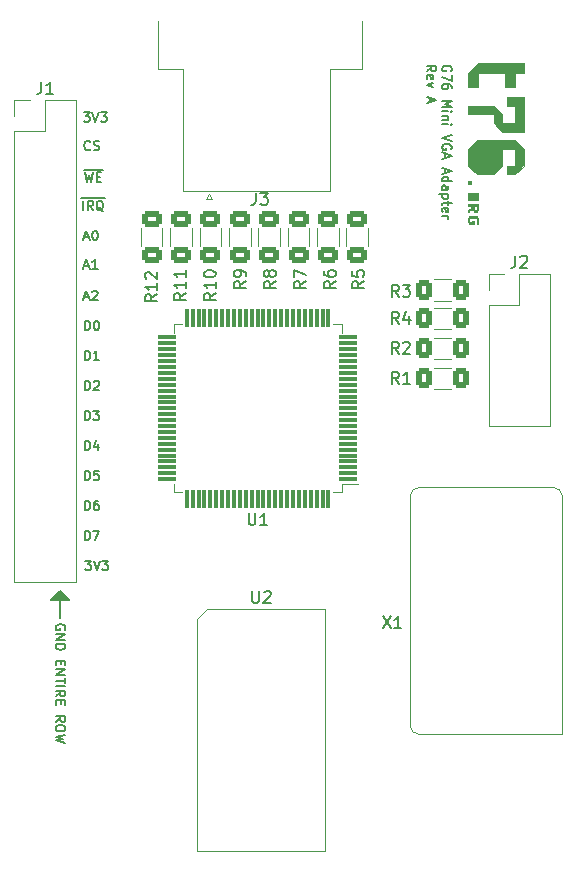
<source format=gto>
G04 #@! TF.GenerationSoftware,KiCad,Pcbnew,(6.0.1-0)*
G04 #@! TF.CreationDate,2022-03-29T21:42:36-04:00*
G04 #@! TF.ProjectId,G76 Mini,47373620-4d69-46e6-992e-6b696361645f,rev?*
G04 #@! TF.SameCoordinates,Original*
G04 #@! TF.FileFunction,Legend,Top*
G04 #@! TF.FilePolarity,Positive*
%FSLAX46Y46*%
G04 Gerber Fmt 4.6, Leading zero omitted, Abs format (unit mm)*
G04 Created by KiCad (PCBNEW (6.0.1-0)) date 2022-03-29 21:42:36*
%MOMM*%
%LPD*%
G01*
G04 APERTURE LIST*
G04 Aperture macros list*
%AMRoundRect*
0 Rectangle with rounded corners*
0 $1 Rounding radius*
0 $2 $3 $4 $5 $6 $7 $8 $9 X,Y pos of 4 corners*
0 Add a 4 corners polygon primitive as box body*
4,1,4,$2,$3,$4,$5,$6,$7,$8,$9,$2,$3,0*
0 Add four circle primitives for the rounded corners*
1,1,$1+$1,$2,$3*
1,1,$1+$1,$4,$5*
1,1,$1+$1,$6,$7*
1,1,$1+$1,$8,$9*
0 Add four rect primitives between the rounded corners*
20,1,$1+$1,$2,$3,$4,$5,0*
20,1,$1+$1,$4,$5,$6,$7,0*
20,1,$1+$1,$6,$7,$8,$9,0*
20,1,$1+$1,$8,$9,$2,$3,0*%
G04 Aperture macros list end*
%ADD10C,0.150000*%
%ADD11C,0.010583*%
%ADD12C,0.120000*%
%ADD13RoundRect,0.250000X0.625000X-0.400000X0.625000X0.400000X-0.625000X0.400000X-0.625000X-0.400000X0*%
%ADD14R,1.600000X1.600000*%
%ADD15C,1.600000*%
%ADD16R,2.200000X0.450000*%
%ADD17RoundRect,0.250000X-0.400000X-0.625000X0.400000X-0.625000X0.400000X0.625000X-0.400000X0.625000X0*%
%ADD18R,1.700000X1.700000*%
%ADD19O,1.700000X1.700000*%
%ADD20RoundRect,0.075000X0.725000X0.075000X-0.725000X0.075000X-0.725000X-0.075000X0.725000X-0.075000X0*%
%ADD21RoundRect,0.075000X0.075000X0.725000X-0.075000X0.725000X-0.075000X-0.725000X0.075000X-0.725000X0*%
G04 APERTURE END LIST*
D10*
X119965583Y-49406654D02*
X120003678Y-49330464D01*
X120003678Y-49216178D01*
X119965583Y-49101892D01*
X119889392Y-49025702D01*
X119813202Y-48987607D01*
X119660821Y-48949511D01*
X119546535Y-48949511D01*
X119394154Y-48987607D01*
X119317963Y-49025702D01*
X119241773Y-49101892D01*
X119203678Y-49216178D01*
X119203678Y-49292369D01*
X119241773Y-49406654D01*
X119279868Y-49444750D01*
X119546535Y-49444750D01*
X119546535Y-49292369D01*
X120003678Y-49711416D02*
X120003678Y-50244750D01*
X119203678Y-49901892D01*
X120003678Y-50892369D02*
X120003678Y-50739988D01*
X119965583Y-50663797D01*
X119927487Y-50625702D01*
X119813202Y-50549511D01*
X119660821Y-50511416D01*
X119356059Y-50511416D01*
X119279868Y-50549511D01*
X119241773Y-50587607D01*
X119203678Y-50663797D01*
X119203678Y-50816178D01*
X119241773Y-50892369D01*
X119279868Y-50930464D01*
X119356059Y-50968559D01*
X119546535Y-50968559D01*
X119622725Y-50930464D01*
X119660821Y-50892369D01*
X119698916Y-50816178D01*
X119698916Y-50663797D01*
X119660821Y-50587607D01*
X119622725Y-50549511D01*
X119546535Y-50511416D01*
X119203678Y-51920940D02*
X120003678Y-51920940D01*
X119432249Y-52187607D01*
X120003678Y-52454273D01*
X119203678Y-52454273D01*
X119203678Y-52835226D02*
X119737011Y-52835226D01*
X120003678Y-52835226D02*
X119965583Y-52797131D01*
X119927487Y-52835226D01*
X119965583Y-52873321D01*
X120003678Y-52835226D01*
X119927487Y-52835226D01*
X119737011Y-53216178D02*
X119203678Y-53216178D01*
X119660821Y-53216178D02*
X119698916Y-53254273D01*
X119737011Y-53330464D01*
X119737011Y-53444750D01*
X119698916Y-53520940D01*
X119622725Y-53559035D01*
X119203678Y-53559035D01*
X119203678Y-53939988D02*
X119737011Y-53939988D01*
X120003678Y-53939988D02*
X119965583Y-53901892D01*
X119927487Y-53939988D01*
X119965583Y-53978083D01*
X120003678Y-53939988D01*
X119927487Y-53939988D01*
X120003678Y-54816178D02*
X119203678Y-55082845D01*
X120003678Y-55349511D01*
X119965583Y-56035226D02*
X120003678Y-55959035D01*
X120003678Y-55844750D01*
X119965583Y-55730464D01*
X119889392Y-55654273D01*
X119813202Y-55616178D01*
X119660821Y-55578083D01*
X119546535Y-55578083D01*
X119394154Y-55616178D01*
X119317963Y-55654273D01*
X119241773Y-55730464D01*
X119203678Y-55844750D01*
X119203678Y-55920940D01*
X119241773Y-56035226D01*
X119279868Y-56073321D01*
X119546535Y-56073321D01*
X119546535Y-55920940D01*
X119432249Y-56378083D02*
X119432249Y-56759035D01*
X119203678Y-56301892D02*
X120003678Y-56568559D01*
X119203678Y-56835226D01*
X119432249Y-57673321D02*
X119432249Y-58054273D01*
X119203678Y-57597131D02*
X120003678Y-57863797D01*
X119203678Y-58130464D01*
X119203678Y-58739988D02*
X120003678Y-58739988D01*
X119241773Y-58739988D02*
X119203678Y-58663797D01*
X119203678Y-58511416D01*
X119241773Y-58435226D01*
X119279868Y-58397131D01*
X119356059Y-58359035D01*
X119584630Y-58359035D01*
X119660821Y-58397131D01*
X119698916Y-58435226D01*
X119737011Y-58511416D01*
X119737011Y-58663797D01*
X119698916Y-58739988D01*
X119203678Y-59463797D02*
X119622725Y-59463797D01*
X119698916Y-59425702D01*
X119737011Y-59349511D01*
X119737011Y-59197131D01*
X119698916Y-59120940D01*
X119241773Y-59463797D02*
X119203678Y-59387607D01*
X119203678Y-59197131D01*
X119241773Y-59120940D01*
X119317963Y-59082845D01*
X119394154Y-59082845D01*
X119470344Y-59120940D01*
X119508440Y-59197131D01*
X119508440Y-59387607D01*
X119546535Y-59463797D01*
X119737011Y-59844750D02*
X118937011Y-59844750D01*
X119698916Y-59844750D02*
X119737011Y-59920940D01*
X119737011Y-60073321D01*
X119698916Y-60149511D01*
X119660821Y-60187607D01*
X119584630Y-60225702D01*
X119356059Y-60225702D01*
X119279868Y-60187607D01*
X119241773Y-60149511D01*
X119203678Y-60073321D01*
X119203678Y-59920940D01*
X119241773Y-59844750D01*
X119737011Y-60454273D02*
X119737011Y-60759035D01*
X120003678Y-60568559D02*
X119317963Y-60568559D01*
X119241773Y-60606654D01*
X119203678Y-60682845D01*
X119203678Y-60759035D01*
X119241773Y-61330464D02*
X119203678Y-61254273D01*
X119203678Y-61101892D01*
X119241773Y-61025702D01*
X119317963Y-60987607D01*
X119622725Y-60987607D01*
X119698916Y-61025702D01*
X119737011Y-61101892D01*
X119737011Y-61254273D01*
X119698916Y-61330464D01*
X119622725Y-61368559D01*
X119546535Y-61368559D01*
X119470344Y-60987607D01*
X119203678Y-61711416D02*
X119737011Y-61711416D01*
X119584630Y-61711416D02*
X119660821Y-61749511D01*
X119698916Y-61787607D01*
X119737011Y-61863797D01*
X119737011Y-61939988D01*
X117915678Y-49444750D02*
X118296630Y-49178083D01*
X117915678Y-48987607D02*
X118715678Y-48987607D01*
X118715678Y-49292369D01*
X118677583Y-49368559D01*
X118639487Y-49406654D01*
X118563297Y-49444750D01*
X118449011Y-49444750D01*
X118372821Y-49406654D01*
X118334725Y-49368559D01*
X118296630Y-49292369D01*
X118296630Y-48987607D01*
X117953773Y-50092369D02*
X117915678Y-50016178D01*
X117915678Y-49863797D01*
X117953773Y-49787607D01*
X118029963Y-49749511D01*
X118334725Y-49749511D01*
X118410916Y-49787607D01*
X118449011Y-49863797D01*
X118449011Y-50016178D01*
X118410916Y-50092369D01*
X118334725Y-50130464D01*
X118258535Y-50130464D01*
X118182344Y-49749511D01*
X118449011Y-50397131D02*
X117915678Y-50587607D01*
X118449011Y-50778083D01*
X118144249Y-51654273D02*
X118144249Y-52035226D01*
X117915678Y-51578083D02*
X118715678Y-51844750D01*
X117915678Y-52111416D01*
D11*
X121412000Y-49549368D02*
X121412000Y-50729304D01*
X121412000Y-50729304D02*
X122069225Y-50729304D01*
X122069225Y-50729304D02*
X122069225Y-48892143D01*
X122069225Y-48892143D02*
X121412000Y-49549368D01*
X121412000Y-49549368D02*
X121412000Y-49549368D01*
G36*
X122069225Y-50729304D02*
G01*
X121412000Y-50729304D01*
X121412000Y-49549368D01*
X122069225Y-48892143D01*
X122069225Y-50729304D01*
G37*
X122069225Y-50729304D02*
X121412000Y-50729304D01*
X121412000Y-49549368D01*
X122069225Y-48892143D01*
X122069225Y-50729304D01*
X122882131Y-48762709D02*
X122882131Y-49549368D01*
X122882131Y-49549368D02*
X122219720Y-49549368D01*
X122219720Y-49549368D02*
X122219720Y-48762709D01*
X122219720Y-48762709D02*
X122882131Y-48762709D01*
X122882131Y-48762709D02*
X122882131Y-48762709D01*
G36*
X122882131Y-49549368D02*
G01*
X122219720Y-49549368D01*
X122219720Y-48762709D01*
X122882131Y-48762709D01*
X122882131Y-49549368D01*
G37*
X122882131Y-49549368D02*
X122219720Y-49549368D01*
X122219720Y-48762709D01*
X122882131Y-48762709D01*
X122882131Y-49549368D01*
X123695036Y-48762709D02*
X123695036Y-49549368D01*
X123695036Y-49549368D02*
X123032626Y-49549368D01*
X123032626Y-49549368D02*
X123032626Y-48762709D01*
X123032626Y-48762709D02*
X123695036Y-48762709D01*
X123695036Y-48762709D02*
X123695036Y-48762709D01*
G36*
X123695036Y-49549368D02*
G01*
X123032626Y-49549368D01*
X123032626Y-48762709D01*
X123695036Y-48762709D01*
X123695036Y-49549368D01*
G37*
X123695036Y-49549368D02*
X123032626Y-49549368D01*
X123032626Y-48762709D01*
X123695036Y-48762709D01*
X123695036Y-49549368D01*
X124508048Y-48762709D02*
X124508048Y-49549368D01*
X124508048Y-49549368D02*
X123845637Y-49549368D01*
X123845637Y-49549368D02*
X123845637Y-48762709D01*
X123845637Y-48762709D02*
X124508048Y-48762709D01*
X124508048Y-48762709D02*
X124508048Y-48762709D01*
G36*
X124508048Y-49549368D02*
G01*
X123845637Y-49549368D01*
X123845637Y-48762709D01*
X124508048Y-48762709D01*
X124508048Y-49549368D01*
G37*
X124508048Y-49549368D02*
X123845637Y-49549368D01*
X123845637Y-48762709D01*
X124508048Y-48762709D01*
X124508048Y-49549368D01*
X125320954Y-48762709D02*
X125320954Y-50729304D01*
X125320954Y-50729304D02*
X124658543Y-50729304D01*
X124658543Y-50729304D02*
X124658543Y-48762709D01*
X124658543Y-48762709D02*
X125320954Y-48762709D01*
X125320954Y-48762709D02*
X125320954Y-48762709D01*
G36*
X125320954Y-50729304D02*
G01*
X124658543Y-50729304D01*
X124658543Y-48762709D01*
X125320954Y-48762709D01*
X125320954Y-50729304D01*
G37*
X125320954Y-50729304D02*
X124658543Y-50729304D01*
X124658543Y-48762709D01*
X125320954Y-48762709D01*
X125320954Y-50729304D01*
X126131743Y-48762709D02*
X126131743Y-49549368D01*
X126131743Y-49549368D02*
X125471449Y-49549368D01*
X125471449Y-49549368D02*
X125471449Y-48762709D01*
X125471449Y-48762709D02*
X126131743Y-48762709D01*
X126131743Y-48762709D02*
X126131743Y-48762709D01*
G36*
X126131743Y-49549368D02*
G01*
X125471449Y-49549368D01*
X125471449Y-48762709D01*
X126131743Y-48762709D01*
X126131743Y-49549368D01*
G37*
X126131743Y-49549368D02*
X125471449Y-49549368D01*
X125471449Y-48762709D01*
X126131743Y-48762709D01*
X126131743Y-49549368D01*
X123845531Y-48762709D02*
X123845531Y-49549368D01*
X123845531Y-49549368D02*
X123695036Y-49549368D01*
X123695036Y-49549368D02*
X123695036Y-48762709D01*
X123695036Y-48762709D02*
X123845531Y-48762709D01*
X123845531Y-48762709D02*
X123845531Y-48762709D01*
G36*
X123845531Y-49549368D02*
G01*
X123695036Y-49549368D01*
X123695036Y-48762709D01*
X123845531Y-48762709D01*
X123845531Y-49549368D01*
G37*
X123845531Y-49549368D02*
X123695036Y-49549368D01*
X123695036Y-48762709D01*
X123845531Y-48762709D01*
X123845531Y-49549368D01*
X122198659Y-48762709D02*
X122069225Y-48892143D01*
X122069225Y-48892143D02*
X122069225Y-50729304D01*
X122069225Y-50729304D02*
X122198659Y-50729304D01*
X122198659Y-50729304D02*
X122198659Y-49549368D01*
X122198659Y-49549368D02*
X122219720Y-49549368D01*
X122219720Y-49549368D02*
X122219720Y-48762709D01*
X122219720Y-48762709D02*
X122198659Y-48762709D01*
X122198659Y-48762709D02*
X122198659Y-48762709D01*
G36*
X122219720Y-49549368D02*
G01*
X122198659Y-49549368D01*
X122198659Y-50729304D01*
X122069225Y-50729304D01*
X122069225Y-48892143D01*
X122198659Y-48762709D01*
X122219720Y-48762709D01*
X122219720Y-49549368D01*
G37*
X122219720Y-49549368D02*
X122198659Y-49549368D01*
X122198659Y-50729304D01*
X122069225Y-50729304D01*
X122069225Y-48892143D01*
X122198659Y-48762709D01*
X122219720Y-48762709D01*
X122219720Y-49549368D01*
X124507942Y-48762709D02*
X124507942Y-49549368D01*
X124507942Y-49549368D02*
X124558531Y-49549368D01*
X124558531Y-49549368D02*
X124558531Y-50729304D01*
X124558531Y-50729304D02*
X124658543Y-50729304D01*
X124658543Y-50729304D02*
X124658543Y-48762709D01*
X124658543Y-48762709D02*
X124507942Y-48762709D01*
X124507942Y-48762709D02*
X124507942Y-48762709D01*
G36*
X124658543Y-50729304D02*
G01*
X124558531Y-50729304D01*
X124558531Y-49549368D01*
X124507942Y-49549368D01*
X124507942Y-48762709D01*
X124658543Y-48762709D01*
X124658543Y-50729304D01*
G37*
X124658543Y-50729304D02*
X124558531Y-50729304D01*
X124558531Y-49549368D01*
X124507942Y-49549368D01*
X124507942Y-48762709D01*
X124658543Y-48762709D01*
X124658543Y-50729304D01*
X123032626Y-48762709D02*
X123032626Y-49549368D01*
X123032626Y-49549368D02*
X122882131Y-49549368D01*
X122882131Y-49549368D02*
X122882131Y-48762709D01*
X122882131Y-48762709D02*
X123032626Y-48762709D01*
X123032626Y-48762709D02*
X123032626Y-48762709D01*
G36*
X123032626Y-49549368D02*
G01*
X122882131Y-49549368D01*
X122882131Y-48762709D01*
X123032626Y-48762709D01*
X123032626Y-49549368D01*
G37*
X123032626Y-49549368D02*
X122882131Y-49549368D01*
X122882131Y-48762709D01*
X123032626Y-48762709D01*
X123032626Y-49549368D01*
X125320954Y-48762709D02*
X125320954Y-50729304D01*
X125320954Y-50729304D02*
X125345190Y-50729304D01*
X125345190Y-50729304D02*
X125345190Y-49549368D01*
X125345190Y-49549368D02*
X125471449Y-49549368D01*
X125471449Y-49549368D02*
X125471449Y-48762709D01*
X125471449Y-48762709D02*
X125320954Y-48762709D01*
X125320954Y-48762709D02*
X125320954Y-48762709D01*
G36*
X125471449Y-49549368D02*
G01*
X125345190Y-49549368D01*
X125345190Y-50729304D01*
X125320954Y-50729304D01*
X125320954Y-48762709D01*
X125471449Y-48762709D01*
X125471449Y-49549368D01*
G37*
X125471449Y-49549368D02*
X125345190Y-49549368D01*
X125345190Y-50729304D01*
X125320954Y-50729304D01*
X125320954Y-48762709D01*
X125471449Y-48762709D01*
X125471449Y-49549368D01*
X124677170Y-58165153D02*
X125402763Y-58165153D01*
X125402763Y-58165153D02*
X126128462Y-57439666D01*
X126128462Y-57439666D02*
X126128462Y-55988374D01*
X126128462Y-55988374D02*
X125402763Y-55262780D01*
X125402763Y-55262780D02*
X122137593Y-55262780D01*
X122137593Y-55262780D02*
X121411577Y-55988374D01*
X121411577Y-55988374D02*
X121411577Y-57439666D01*
X121411577Y-57439666D02*
X122137170Y-58165153D01*
X122137170Y-58165153D02*
X123588780Y-58165153D01*
X123588780Y-58165153D02*
X124314373Y-57439666D01*
X124314373Y-57439666D02*
X124314373Y-55988374D01*
X124314373Y-55988374D02*
X125402763Y-55988374D01*
X125402763Y-55988374D02*
X125402763Y-57439666D01*
X125402763Y-57439666D02*
X124677170Y-57439666D01*
X124677170Y-57439666D02*
X124677170Y-58165153D01*
X124677170Y-58165153D02*
X124677170Y-58165153D01*
G36*
X126128462Y-55988374D02*
G01*
X126128462Y-57439666D01*
X125402763Y-58165153D01*
X124677170Y-58165153D01*
X124677170Y-57439666D01*
X125402763Y-57439666D01*
X125402763Y-55988374D01*
X124314373Y-55988374D01*
X124314373Y-57439666D01*
X123588780Y-58165153D01*
X122137170Y-58165153D01*
X121411577Y-57439666D01*
X121411577Y-55988374D01*
X122137593Y-55262780D01*
X125402763Y-55262780D01*
X126128462Y-55988374D01*
G37*
X126128462Y-55988374D02*
X126128462Y-57439666D01*
X125402763Y-58165153D01*
X124677170Y-58165153D01*
X124677170Y-57439666D01*
X125402763Y-57439666D01*
X125402763Y-55988374D01*
X124314373Y-55988374D01*
X124314373Y-57439666D01*
X123588780Y-58165153D01*
X122137170Y-58165153D01*
X121411577Y-57439666D01*
X121411577Y-55988374D01*
X122137593Y-55262780D01*
X125402763Y-55262780D01*
X126128462Y-55988374D01*
X123588780Y-57439666D02*
X122137593Y-57439666D01*
X122137593Y-57439666D02*
X122137593Y-55988374D01*
X122137593Y-55988374D02*
X123588780Y-55988374D01*
X123588780Y-55988374D02*
X123588780Y-57439666D01*
X123588780Y-57439666D02*
X123588780Y-57439666D01*
G36*
X123588780Y-57439666D02*
G01*
X122137593Y-57439666D01*
X122137593Y-55988374D01*
X123588780Y-55988374D01*
X123588780Y-57439666D01*
G37*
X123588780Y-57439666D02*
X122137593Y-57439666D01*
X122137593Y-55988374D01*
X123588780Y-55988374D01*
X123588780Y-57439666D01*
X124677170Y-51634814D02*
X124677170Y-52360407D01*
X124677170Y-52360407D02*
X125402763Y-52360407D01*
X125402763Y-52360407D02*
X125402763Y-53811594D01*
X125402763Y-53811594D02*
X124314373Y-53811594D01*
X124314373Y-53811594D02*
X124314373Y-53086000D01*
X124314373Y-53086000D02*
X123588780Y-52360407D01*
X123588780Y-52360407D02*
X121412000Y-52360407D01*
X121412000Y-52360407D02*
X121412000Y-53086000D01*
X121412000Y-53086000D02*
X123588780Y-53086000D01*
X123588780Y-53086000D02*
X123588780Y-53811594D01*
X123588780Y-53811594D02*
X124314373Y-54537187D01*
X124314373Y-54537187D02*
X126128462Y-54537187D01*
X126128462Y-54537187D02*
X126128462Y-51634814D01*
X126128462Y-51634814D02*
X124677170Y-51634814D01*
X124677170Y-51634814D02*
X124677170Y-51634814D01*
G36*
X126128462Y-54537187D02*
G01*
X124314373Y-54537187D01*
X123588780Y-53811594D01*
X123588780Y-53086000D01*
X121412000Y-53086000D01*
X121412000Y-52360407D01*
X123588780Y-52360407D01*
X124314373Y-53086000D01*
X124314373Y-53811594D01*
X125402763Y-53811594D01*
X125402763Y-52360407D01*
X124677170Y-52360407D01*
X124677170Y-51634814D01*
X126128462Y-51634814D01*
X126128462Y-54537187D01*
G37*
X126128462Y-54537187D02*
X124314373Y-54537187D01*
X123588780Y-53811594D01*
X123588780Y-53086000D01*
X121412000Y-53086000D01*
X121412000Y-52360407D01*
X123588780Y-52360407D01*
X124314373Y-53086000D01*
X124314373Y-53811594D01*
X125402763Y-53811594D01*
X125402763Y-52360407D01*
X124677170Y-52360407D01*
X124677170Y-51634814D01*
X126128462Y-51634814D01*
X126128462Y-54537187D01*
X121489893Y-61721576D02*
X122120660Y-61721576D01*
X122120660Y-61721576D02*
X122120660Y-61847730D01*
X122120660Y-61847730D02*
X121489893Y-61847730D01*
X121489893Y-61847730D02*
X121489893Y-61721576D01*
X121489893Y-61721576D02*
X121489893Y-61721576D01*
G36*
X122120660Y-61847730D02*
G01*
X121489893Y-61847730D01*
X121489893Y-61721576D01*
X122120660Y-61721576D01*
X122120660Y-61847730D01*
G37*
X122120660Y-61847730D02*
X121489893Y-61847730D01*
X121489893Y-61721576D01*
X122120660Y-61721576D01*
X122120660Y-61847730D01*
X122120660Y-61847730D02*
X122247025Y-61847730D01*
X122247025Y-61847730D02*
X122247025Y-62352554D01*
X122247025Y-62352554D02*
X122120660Y-62352554D01*
X122120660Y-62352554D02*
X122120660Y-61847730D01*
X122120660Y-61847730D02*
X122120660Y-61847730D01*
G36*
X122247025Y-62352554D02*
G01*
X122120660Y-62352554D01*
X122120660Y-61847730D01*
X122247025Y-61847730D01*
X122247025Y-62352554D01*
G37*
X122247025Y-62352554D02*
X122120660Y-62352554D01*
X122120660Y-61847730D01*
X122247025Y-61847730D01*
X122247025Y-62352554D01*
X121363423Y-61847730D02*
X121489893Y-61847730D01*
X121489893Y-61847730D02*
X121489893Y-62226297D01*
X121489893Y-62226297D02*
X121363634Y-62226297D01*
X121363634Y-62226297D02*
X121363423Y-61847730D01*
X121363423Y-61847730D02*
X121363423Y-61847730D01*
G36*
X121489893Y-62226297D02*
G01*
X121363634Y-62226297D01*
X121363423Y-61847730D01*
X121489893Y-61847730D01*
X121489893Y-62226297D01*
G37*
X121489893Y-62226297D02*
X121363634Y-62226297D01*
X121363423Y-61847730D01*
X121489893Y-61847730D01*
X121489893Y-62226297D01*
X121489682Y-62226297D02*
X121742200Y-62226297D01*
X121742200Y-62226297D02*
X121742200Y-62100142D01*
X121742200Y-62100142D02*
X121868459Y-62100142D01*
X121868459Y-62100142D02*
X121868459Y-62352554D01*
X121868459Y-62352554D02*
X121489893Y-62352554D01*
X121489893Y-62352554D02*
X121489682Y-62226297D01*
X121489682Y-62226297D02*
X121489682Y-62226297D01*
G36*
X121868459Y-62352554D02*
G01*
X121489893Y-62352554D01*
X121489682Y-62226297D01*
X121742200Y-62226297D01*
X121742200Y-62100142D01*
X121868459Y-62100142D01*
X121868459Y-62352554D01*
G37*
X121868459Y-62352554D02*
X121489893Y-62352554D01*
X121489682Y-62226297D01*
X121742200Y-62226297D01*
X121742200Y-62100142D01*
X121868459Y-62100142D01*
X121868459Y-62352554D01*
X121363634Y-60712032D02*
X122247025Y-60712032D01*
X122247025Y-60712032D02*
X122247025Y-61216751D01*
X122247025Y-61216751D02*
X122120660Y-61216751D01*
X122120660Y-61216751D02*
X122120660Y-60838291D01*
X122120660Y-60838291D02*
X121868247Y-60838291D01*
X121868247Y-60838291D02*
X121868247Y-61216858D01*
X121868247Y-61216858D02*
X121741988Y-61216858D01*
X121741988Y-61216858D02*
X121741988Y-61090703D01*
X121741988Y-61090703D02*
X121615835Y-61090703D01*
X121615835Y-61090703D02*
X121615835Y-60964550D01*
X121615835Y-60964550D02*
X121742200Y-60964550D01*
X121742200Y-60964550D02*
X121742200Y-60838291D01*
X121742200Y-60838291D02*
X121363634Y-60838291D01*
X121363634Y-60838291D02*
X121363634Y-60712032D01*
X121363634Y-60712032D02*
X121363634Y-60712032D01*
G36*
X122247025Y-61216751D02*
G01*
X122120660Y-61216751D01*
X122120660Y-60838291D01*
X121868247Y-60838291D01*
X121868247Y-61216858D01*
X121741988Y-61216858D01*
X121741988Y-61090703D01*
X121615835Y-61090703D01*
X121615835Y-60964550D01*
X121742200Y-60964550D01*
X121742200Y-60838291D01*
X121363634Y-60838291D01*
X121363634Y-60712032D01*
X122247025Y-60712032D01*
X122247025Y-61216751D01*
G37*
X122247025Y-61216751D02*
X122120660Y-61216751D01*
X122120660Y-60838291D01*
X121868247Y-60838291D01*
X121868247Y-61216858D01*
X121741988Y-61216858D01*
X121741988Y-61090703D01*
X121615835Y-61090703D01*
X121615835Y-60964550D01*
X121742200Y-60964550D01*
X121742200Y-60838291D01*
X121363634Y-60838291D01*
X121363634Y-60712032D01*
X122247025Y-60712032D01*
X122247025Y-61216751D01*
X121489893Y-61090598D02*
X121616047Y-61090598D01*
X121616047Y-61090598D02*
X121616047Y-61216752D01*
X121616047Y-61216752D02*
X121489893Y-61216752D01*
X121489893Y-61216752D02*
X121489893Y-61090598D01*
X121489893Y-61090598D02*
X121489893Y-61090598D01*
G36*
X121616047Y-61216752D02*
G01*
X121489893Y-61216752D01*
X121489893Y-61090598D01*
X121616047Y-61090598D01*
X121616047Y-61216752D01*
G37*
X121616047Y-61216752D02*
X121489893Y-61216752D01*
X121489893Y-61090598D01*
X121616047Y-61090598D01*
X121616047Y-61216752D01*
X121868459Y-61216752D02*
X122120660Y-61216752D01*
X122120660Y-61216752D02*
X122120660Y-61343012D01*
X122120660Y-61343012D02*
X121868247Y-61343012D01*
X121868247Y-61343012D02*
X121868459Y-61216752D01*
X121868459Y-61216752D02*
X121868459Y-61216752D01*
G36*
X122120660Y-61343012D02*
G01*
X121868247Y-61343012D01*
X121868459Y-61216752D01*
X122120660Y-61216752D01*
X122120660Y-61343012D01*
G37*
X122120660Y-61343012D02*
X121868247Y-61343012D01*
X121868459Y-61216752D01*
X122120660Y-61216752D01*
X122120660Y-61343012D01*
X121363634Y-61216752D02*
X121489893Y-61216752D01*
X121489893Y-61216752D02*
X121489893Y-61343012D01*
X121489893Y-61343012D02*
X121363634Y-61343012D01*
X121363634Y-61343012D02*
X121363634Y-61216752D01*
X121363634Y-61216752D02*
X121363634Y-61216752D01*
G36*
X121489893Y-61343012D02*
G01*
X121363634Y-61343012D01*
X121363634Y-61216752D01*
X121489893Y-61216752D01*
X121489893Y-61343012D01*
G37*
X121489893Y-61343012D02*
X121363634Y-61343012D01*
X121363634Y-61216752D01*
X121489893Y-61216752D01*
X121489893Y-61343012D01*
X121363634Y-59702489D02*
X122247025Y-59702489D01*
X122247025Y-59702489D02*
X122247025Y-60333467D01*
X122247025Y-60333467D02*
X121363634Y-60333467D01*
X121363634Y-60333467D02*
X121363634Y-59702489D01*
X121363634Y-59702489D02*
X121363634Y-59702489D01*
G36*
X122247025Y-60333467D02*
G01*
X121363634Y-60333467D01*
X121363634Y-59702489D01*
X122247025Y-59702489D01*
X122247025Y-60333467D01*
G37*
X122247025Y-60333467D02*
X121363634Y-60333467D01*
X121363634Y-59702489D01*
X122247025Y-59702489D01*
X122247025Y-60333467D01*
X121489893Y-60207207D02*
X122120660Y-60207207D01*
X122120660Y-60207207D02*
X122120660Y-59828642D01*
X122120660Y-59828642D02*
X121489893Y-59828642D01*
X121489893Y-59828642D02*
X121489893Y-60207207D01*
X121489893Y-60207207D02*
X121489893Y-60207207D01*
G36*
X122120660Y-60207207D02*
G01*
X121489893Y-60207207D01*
X121489893Y-59828642D01*
X122120660Y-59828642D01*
X122120660Y-60207207D01*
G37*
X122120660Y-60207207D02*
X121489893Y-60207207D01*
X121489893Y-59828642D01*
X122120660Y-59828642D01*
X122120660Y-60207207D01*
X121363634Y-58692944D02*
X121616047Y-58692944D01*
X121616047Y-58692944D02*
X121616047Y-58945356D01*
X121616047Y-58945356D02*
X121363634Y-58945356D01*
X121363634Y-58945356D02*
X121363634Y-58692944D01*
X121363634Y-58692944D02*
X121363634Y-58692944D01*
G36*
X121616047Y-58945356D02*
G01*
X121363634Y-58945356D01*
X121363634Y-58692944D01*
X121616047Y-58692944D01*
X121616047Y-58945356D01*
G37*
X121616047Y-58945356D02*
X121363634Y-58945356D01*
X121363634Y-58692944D01*
X121616047Y-58692944D01*
X121616047Y-58945356D01*
D10*
X86868000Y-94234000D02*
X86868000Y-95758000D01*
X87630000Y-94234000D02*
X86106000Y-94234000D01*
X86106000Y-94234000D02*
X86868000Y-93472000D01*
X86868000Y-93472000D02*
X87630000Y-94234000D01*
G36*
X87630000Y-94234000D02*
G01*
X86106000Y-94234000D01*
X86868000Y-93472000D01*
X87630000Y-94234000D01*
G37*
X87630000Y-94234000D02*
X86106000Y-94234000D01*
X86868000Y-93472000D01*
X87630000Y-94234000D01*
X89391119Y-56038714D02*
X89353023Y-56076809D01*
X89238738Y-56114904D01*
X89162547Y-56114904D01*
X89048261Y-56076809D01*
X88972071Y-56000619D01*
X88933976Y-55924428D01*
X88895880Y-55772047D01*
X88895880Y-55657761D01*
X88933976Y-55505380D01*
X88972071Y-55429190D01*
X89048261Y-55353000D01*
X89162547Y-55314904D01*
X89238738Y-55314904D01*
X89353023Y-55353000D01*
X89391119Y-55391095D01*
X89695880Y-56076809D02*
X89810166Y-56114904D01*
X90000642Y-56114904D01*
X90076833Y-56076809D01*
X90114928Y-56038714D01*
X90153023Y-55962523D01*
X90153023Y-55886333D01*
X90114928Y-55810142D01*
X90076833Y-55772047D01*
X90000642Y-55733952D01*
X89848261Y-55695857D01*
X89772071Y-55657761D01*
X89733976Y-55619666D01*
X89695880Y-55543476D01*
X89695880Y-55467285D01*
X89733976Y-55391095D01*
X89772071Y-55353000D01*
X89848261Y-55314904D01*
X90038738Y-55314904D01*
X90153023Y-55353000D01*
X87268000Y-96719023D02*
X87306095Y-96642833D01*
X87306095Y-96528547D01*
X87268000Y-96414261D01*
X87191809Y-96338071D01*
X87115619Y-96299976D01*
X86963238Y-96261880D01*
X86848952Y-96261880D01*
X86696571Y-96299976D01*
X86620380Y-96338071D01*
X86544190Y-96414261D01*
X86506095Y-96528547D01*
X86506095Y-96604738D01*
X86544190Y-96719023D01*
X86582285Y-96757119D01*
X86848952Y-96757119D01*
X86848952Y-96604738D01*
X86506095Y-97099976D02*
X87306095Y-97099976D01*
X86506095Y-97557119D01*
X87306095Y-97557119D01*
X86506095Y-97938071D02*
X87306095Y-97938071D01*
X87306095Y-98128547D01*
X87268000Y-98242833D01*
X87191809Y-98319023D01*
X87115619Y-98357119D01*
X86963238Y-98395214D01*
X86848952Y-98395214D01*
X86696571Y-98357119D01*
X86620380Y-98319023D01*
X86544190Y-98242833D01*
X86506095Y-98128547D01*
X86506095Y-97938071D01*
X86925142Y-99347595D02*
X86925142Y-99614261D01*
X86506095Y-99728547D02*
X86506095Y-99347595D01*
X87306095Y-99347595D01*
X87306095Y-99728547D01*
X86506095Y-100071404D02*
X87306095Y-100071404D01*
X86506095Y-100528547D01*
X87306095Y-100528547D01*
X87306095Y-100795214D02*
X87306095Y-101252357D01*
X86506095Y-101023785D02*
X87306095Y-101023785D01*
X86506095Y-101519023D02*
X87306095Y-101519023D01*
X86506095Y-102357119D02*
X86887047Y-102090452D01*
X86506095Y-101899976D02*
X87306095Y-101899976D01*
X87306095Y-102204738D01*
X87268000Y-102280928D01*
X87229904Y-102319023D01*
X87153714Y-102357119D01*
X87039428Y-102357119D01*
X86963238Y-102319023D01*
X86925142Y-102280928D01*
X86887047Y-102204738D01*
X86887047Y-101899976D01*
X86925142Y-102699976D02*
X86925142Y-102966642D01*
X86506095Y-103080928D02*
X86506095Y-102699976D01*
X87306095Y-102699976D01*
X87306095Y-103080928D01*
X86506095Y-104490452D02*
X86887047Y-104223785D01*
X86506095Y-104033309D02*
X87306095Y-104033309D01*
X87306095Y-104338071D01*
X87268000Y-104414261D01*
X87229904Y-104452357D01*
X87153714Y-104490452D01*
X87039428Y-104490452D01*
X86963238Y-104452357D01*
X86925142Y-104414261D01*
X86887047Y-104338071D01*
X86887047Y-104033309D01*
X87306095Y-104985690D02*
X87306095Y-105138071D01*
X87268000Y-105214261D01*
X87191809Y-105290452D01*
X87039428Y-105328547D01*
X86772761Y-105328547D01*
X86620380Y-105290452D01*
X86544190Y-105214261D01*
X86506095Y-105138071D01*
X86506095Y-104985690D01*
X86544190Y-104909500D01*
X86620380Y-104833309D01*
X86772761Y-104795214D01*
X87039428Y-104795214D01*
X87191809Y-104833309D01*
X87268000Y-104909500D01*
X87306095Y-104985690D01*
X87306095Y-105595214D02*
X86506095Y-105785690D01*
X87077523Y-105938071D01*
X86506095Y-106090452D01*
X87306095Y-106280928D01*
X88895880Y-65919333D02*
X89276833Y-65919333D01*
X88819690Y-66147904D02*
X89086357Y-65347904D01*
X89353023Y-66147904D01*
X90038738Y-66147904D02*
X89581595Y-66147904D01*
X89810166Y-66147904D02*
X89810166Y-65347904D01*
X89733976Y-65462190D01*
X89657785Y-65538380D01*
X89581595Y-65576476D01*
X88870500Y-57756000D02*
X89784785Y-57756000D01*
X88984785Y-57981904D02*
X89175261Y-58781904D01*
X89327642Y-58210476D01*
X89480023Y-58781904D01*
X89670500Y-57981904D01*
X89784785Y-57756000D02*
X90508595Y-57756000D01*
X89975261Y-58362857D02*
X90241928Y-58362857D01*
X90356214Y-58781904D02*
X89975261Y-58781904D01*
X89975261Y-57981904D01*
X90356214Y-57981904D01*
X88895880Y-63506333D02*
X89276833Y-63506333D01*
X88819690Y-63734904D02*
X89086357Y-62934904D01*
X89353023Y-63734904D01*
X89772071Y-62934904D02*
X89848261Y-62934904D01*
X89924452Y-62973000D01*
X89962547Y-63011095D01*
X90000642Y-63087285D01*
X90038738Y-63239666D01*
X90038738Y-63430142D01*
X90000642Y-63582523D01*
X89962547Y-63658714D01*
X89924452Y-63696809D01*
X89848261Y-63734904D01*
X89772071Y-63734904D01*
X89695880Y-63696809D01*
X89657785Y-63658714D01*
X89619690Y-63582523D01*
X89581595Y-63430142D01*
X89581595Y-63239666D01*
X89619690Y-63087285D01*
X89657785Y-63011095D01*
X89695880Y-62973000D01*
X89772071Y-62934904D01*
X88616500Y-60169000D02*
X88997452Y-60169000D01*
X88806976Y-61194904D02*
X88806976Y-60394904D01*
X88997452Y-60169000D02*
X89797452Y-60169000D01*
X89645071Y-61194904D02*
X89378404Y-60813952D01*
X89187928Y-61194904D02*
X89187928Y-60394904D01*
X89492690Y-60394904D01*
X89568880Y-60433000D01*
X89606976Y-60471095D01*
X89645071Y-60547285D01*
X89645071Y-60661571D01*
X89606976Y-60737761D01*
X89568880Y-60775857D01*
X89492690Y-60813952D01*
X89187928Y-60813952D01*
X89797452Y-60169000D02*
X90635547Y-60169000D01*
X90521261Y-61271095D02*
X90445071Y-61233000D01*
X90368880Y-61156809D01*
X90254595Y-61042523D01*
X90178404Y-61004428D01*
X90102214Y-61004428D01*
X90140309Y-61194904D02*
X90064119Y-61156809D01*
X89987928Y-61080619D01*
X89949833Y-60928238D01*
X89949833Y-60661571D01*
X89987928Y-60509190D01*
X90064119Y-60433000D01*
X90140309Y-60394904D01*
X90292690Y-60394904D01*
X90368880Y-60433000D01*
X90445071Y-60509190D01*
X90483166Y-60661571D01*
X90483166Y-60928238D01*
X90445071Y-61080619D01*
X90368880Y-61156809D01*
X90292690Y-61194904D01*
X90140309Y-61194904D01*
X88933976Y-81514904D02*
X88933976Y-80714904D01*
X89124452Y-80714904D01*
X89238738Y-80753000D01*
X89314928Y-80829190D01*
X89353023Y-80905380D01*
X89391119Y-81057761D01*
X89391119Y-81172047D01*
X89353023Y-81324428D01*
X89314928Y-81400619D01*
X89238738Y-81476809D01*
X89124452Y-81514904D01*
X88933976Y-81514904D01*
X90076833Y-80981571D02*
X90076833Y-81514904D01*
X89886357Y-80676809D02*
X89695880Y-81248238D01*
X90191119Y-81248238D01*
X88933976Y-84054904D02*
X88933976Y-83254904D01*
X89124452Y-83254904D01*
X89238738Y-83293000D01*
X89314928Y-83369190D01*
X89353023Y-83445380D01*
X89391119Y-83597761D01*
X89391119Y-83712047D01*
X89353023Y-83864428D01*
X89314928Y-83940619D01*
X89238738Y-84016809D01*
X89124452Y-84054904D01*
X88933976Y-84054904D01*
X90114928Y-83254904D02*
X89733976Y-83254904D01*
X89695880Y-83635857D01*
X89733976Y-83597761D01*
X89810166Y-83559666D01*
X90000642Y-83559666D01*
X90076833Y-83597761D01*
X90114928Y-83635857D01*
X90153023Y-83712047D01*
X90153023Y-83902523D01*
X90114928Y-83978714D01*
X90076833Y-84016809D01*
X90000642Y-84054904D01*
X89810166Y-84054904D01*
X89733976Y-84016809D01*
X89695880Y-83978714D01*
X88933976Y-89134904D02*
X88933976Y-88334904D01*
X89124452Y-88334904D01*
X89238738Y-88373000D01*
X89314928Y-88449190D01*
X89353023Y-88525380D01*
X89391119Y-88677761D01*
X89391119Y-88792047D01*
X89353023Y-88944428D01*
X89314928Y-89020619D01*
X89238738Y-89096809D01*
X89124452Y-89134904D01*
X88933976Y-89134904D01*
X89657785Y-88334904D02*
X90191119Y-88334904D01*
X89848261Y-89134904D01*
X88933976Y-86594904D02*
X88933976Y-85794904D01*
X89124452Y-85794904D01*
X89238738Y-85833000D01*
X89314928Y-85909190D01*
X89353023Y-85985380D01*
X89391119Y-86137761D01*
X89391119Y-86252047D01*
X89353023Y-86404428D01*
X89314928Y-86480619D01*
X89238738Y-86556809D01*
X89124452Y-86594904D01*
X88933976Y-86594904D01*
X90076833Y-85794904D02*
X89924452Y-85794904D01*
X89848261Y-85833000D01*
X89810166Y-85871095D01*
X89733976Y-85985380D01*
X89695880Y-86137761D01*
X89695880Y-86442523D01*
X89733976Y-86518714D01*
X89772071Y-86556809D01*
X89848261Y-86594904D01*
X90000642Y-86594904D01*
X90076833Y-86556809D01*
X90114928Y-86518714D01*
X90153023Y-86442523D01*
X90153023Y-86252047D01*
X90114928Y-86175857D01*
X90076833Y-86137761D01*
X90000642Y-86099666D01*
X89848261Y-86099666D01*
X89772071Y-86137761D01*
X89733976Y-86175857D01*
X89695880Y-86252047D01*
X88895880Y-68586333D02*
X89276833Y-68586333D01*
X88819690Y-68814904D02*
X89086357Y-68014904D01*
X89353023Y-68814904D01*
X89581595Y-68091095D02*
X89619690Y-68053000D01*
X89695880Y-68014904D01*
X89886357Y-68014904D01*
X89962547Y-68053000D01*
X90000642Y-68091095D01*
X90038738Y-68167285D01*
X90038738Y-68243476D01*
X90000642Y-68357761D01*
X89543500Y-68814904D01*
X90038738Y-68814904D01*
X88857785Y-52901904D02*
X89353023Y-52901904D01*
X89086357Y-53206666D01*
X89200642Y-53206666D01*
X89276833Y-53244761D01*
X89314928Y-53282857D01*
X89353023Y-53359047D01*
X89353023Y-53549523D01*
X89314928Y-53625714D01*
X89276833Y-53663809D01*
X89200642Y-53701904D01*
X88972071Y-53701904D01*
X88895880Y-53663809D01*
X88857785Y-53625714D01*
X89581595Y-52901904D02*
X89848261Y-53701904D01*
X90114928Y-52901904D01*
X90305404Y-52901904D02*
X90800642Y-52901904D01*
X90533976Y-53206666D01*
X90648261Y-53206666D01*
X90724452Y-53244761D01*
X90762547Y-53282857D01*
X90800642Y-53359047D01*
X90800642Y-53549523D01*
X90762547Y-53625714D01*
X90724452Y-53663809D01*
X90648261Y-53701904D01*
X90419690Y-53701904D01*
X90343500Y-53663809D01*
X90305404Y-53625714D01*
X88933976Y-76434904D02*
X88933976Y-75634904D01*
X89124452Y-75634904D01*
X89238738Y-75673000D01*
X89314928Y-75749190D01*
X89353023Y-75825380D01*
X89391119Y-75977761D01*
X89391119Y-76092047D01*
X89353023Y-76244428D01*
X89314928Y-76320619D01*
X89238738Y-76396809D01*
X89124452Y-76434904D01*
X88933976Y-76434904D01*
X89695880Y-75711095D02*
X89733976Y-75673000D01*
X89810166Y-75634904D01*
X90000642Y-75634904D01*
X90076833Y-75673000D01*
X90114928Y-75711095D01*
X90153023Y-75787285D01*
X90153023Y-75863476D01*
X90114928Y-75977761D01*
X89657785Y-76434904D01*
X90153023Y-76434904D01*
X88933976Y-73894904D02*
X88933976Y-73094904D01*
X89124452Y-73094904D01*
X89238738Y-73133000D01*
X89314928Y-73209190D01*
X89353023Y-73285380D01*
X89391119Y-73437761D01*
X89391119Y-73552047D01*
X89353023Y-73704428D01*
X89314928Y-73780619D01*
X89238738Y-73856809D01*
X89124452Y-73894904D01*
X88933976Y-73894904D01*
X90153023Y-73894904D02*
X89695880Y-73894904D01*
X89924452Y-73894904D02*
X89924452Y-73094904D01*
X89848261Y-73209190D01*
X89772071Y-73285380D01*
X89695880Y-73323476D01*
X88933976Y-71354904D02*
X88933976Y-70554904D01*
X89124452Y-70554904D01*
X89238738Y-70593000D01*
X89314928Y-70669190D01*
X89353023Y-70745380D01*
X89391119Y-70897761D01*
X89391119Y-71012047D01*
X89353023Y-71164428D01*
X89314928Y-71240619D01*
X89238738Y-71316809D01*
X89124452Y-71354904D01*
X88933976Y-71354904D01*
X89886357Y-70554904D02*
X89962547Y-70554904D01*
X90038738Y-70593000D01*
X90076833Y-70631095D01*
X90114928Y-70707285D01*
X90153023Y-70859666D01*
X90153023Y-71050142D01*
X90114928Y-71202523D01*
X90076833Y-71278714D01*
X90038738Y-71316809D01*
X89962547Y-71354904D01*
X89886357Y-71354904D01*
X89810166Y-71316809D01*
X89772071Y-71278714D01*
X89733976Y-71202523D01*
X89695880Y-71050142D01*
X89695880Y-70859666D01*
X89733976Y-70707285D01*
X89772071Y-70631095D01*
X89810166Y-70593000D01*
X89886357Y-70554904D01*
X88933976Y-78974904D02*
X88933976Y-78174904D01*
X89124452Y-78174904D01*
X89238738Y-78213000D01*
X89314928Y-78289190D01*
X89353023Y-78365380D01*
X89391119Y-78517761D01*
X89391119Y-78632047D01*
X89353023Y-78784428D01*
X89314928Y-78860619D01*
X89238738Y-78936809D01*
X89124452Y-78974904D01*
X88933976Y-78974904D01*
X89657785Y-78174904D02*
X90153023Y-78174904D01*
X89886357Y-78479666D01*
X90000642Y-78479666D01*
X90076833Y-78517761D01*
X90114928Y-78555857D01*
X90153023Y-78632047D01*
X90153023Y-78822523D01*
X90114928Y-78898714D01*
X90076833Y-78936809D01*
X90000642Y-78974904D01*
X89772071Y-78974904D01*
X89695880Y-78936809D01*
X89657785Y-78898714D01*
X88984785Y-90874904D02*
X89480023Y-90874904D01*
X89213357Y-91179666D01*
X89327642Y-91179666D01*
X89403833Y-91217761D01*
X89441928Y-91255857D01*
X89480023Y-91332047D01*
X89480023Y-91522523D01*
X89441928Y-91598714D01*
X89403833Y-91636809D01*
X89327642Y-91674904D01*
X89099071Y-91674904D01*
X89022880Y-91636809D01*
X88984785Y-91598714D01*
X89708595Y-90874904D02*
X89975261Y-91674904D01*
X90241928Y-90874904D01*
X90432404Y-90874904D02*
X90927642Y-90874904D01*
X90660976Y-91179666D01*
X90775261Y-91179666D01*
X90851452Y-91217761D01*
X90889547Y-91255857D01*
X90927642Y-91332047D01*
X90927642Y-91522523D01*
X90889547Y-91598714D01*
X90851452Y-91636809D01*
X90775261Y-91674904D01*
X90546690Y-91674904D01*
X90470500Y-91636809D01*
X90432404Y-91598714D01*
X95067380Y-68333857D02*
X94591190Y-68667190D01*
X95067380Y-68905285D02*
X94067380Y-68905285D01*
X94067380Y-68524333D01*
X94115000Y-68429095D01*
X94162619Y-68381476D01*
X94257857Y-68333857D01*
X94400714Y-68333857D01*
X94495952Y-68381476D01*
X94543571Y-68429095D01*
X94591190Y-68524333D01*
X94591190Y-68905285D01*
X95067380Y-67381476D02*
X95067380Y-67952904D01*
X95067380Y-67667190D02*
X94067380Y-67667190D01*
X94210238Y-67762428D01*
X94305476Y-67857666D01*
X94353095Y-67952904D01*
X94162619Y-67000523D02*
X94115000Y-66952904D01*
X94067380Y-66857666D01*
X94067380Y-66619571D01*
X94115000Y-66524333D01*
X94162619Y-66476714D01*
X94257857Y-66429095D01*
X94353095Y-66429095D01*
X94495952Y-66476714D01*
X95067380Y-67048142D01*
X95067380Y-66429095D01*
X114168476Y-95591380D02*
X114835142Y-96591380D01*
X114835142Y-95591380D02*
X114168476Y-96591380D01*
X115739904Y-96591380D02*
X115168476Y-96591380D01*
X115454190Y-96591380D02*
X115454190Y-95591380D01*
X115358952Y-95734238D01*
X115263714Y-95829476D01*
X115168476Y-95877095D01*
X103124095Y-93446880D02*
X103124095Y-94256404D01*
X103171714Y-94351642D01*
X103219333Y-94399261D01*
X103314571Y-94446880D01*
X103505047Y-94446880D01*
X103600285Y-94399261D01*
X103647904Y-94351642D01*
X103695523Y-94256404D01*
X103695523Y-93446880D01*
X104124095Y-93542119D02*
X104171714Y-93494500D01*
X104266952Y-93446880D01*
X104505047Y-93446880D01*
X104600285Y-93494500D01*
X104647904Y-93542119D01*
X104695523Y-93637357D01*
X104695523Y-93732595D01*
X104647904Y-93875452D01*
X104076476Y-94446880D01*
X104695523Y-94446880D01*
X100020380Y-68206857D02*
X99544190Y-68540190D01*
X100020380Y-68778285D02*
X99020380Y-68778285D01*
X99020380Y-68397333D01*
X99068000Y-68302095D01*
X99115619Y-68254476D01*
X99210857Y-68206857D01*
X99353714Y-68206857D01*
X99448952Y-68254476D01*
X99496571Y-68302095D01*
X99544190Y-68397333D01*
X99544190Y-68778285D01*
X100020380Y-67254476D02*
X100020380Y-67825904D01*
X100020380Y-67540190D02*
X99020380Y-67540190D01*
X99163238Y-67635428D01*
X99258476Y-67730666D01*
X99306095Y-67825904D01*
X99020380Y-66635428D02*
X99020380Y-66540190D01*
X99068000Y-66444952D01*
X99115619Y-66397333D01*
X99210857Y-66349714D01*
X99401333Y-66302095D01*
X99639428Y-66302095D01*
X99829904Y-66349714D01*
X99925142Y-66397333D01*
X99972761Y-66444952D01*
X100020380Y-66540190D01*
X100020380Y-66635428D01*
X99972761Y-66730666D01*
X99925142Y-66778285D01*
X99829904Y-66825904D01*
X99639428Y-66873523D01*
X99401333Y-66873523D01*
X99210857Y-66825904D01*
X99115619Y-66778285D01*
X99068000Y-66730666D01*
X99020380Y-66635428D01*
X110180380Y-67222666D02*
X109704190Y-67556000D01*
X110180380Y-67794095D02*
X109180380Y-67794095D01*
X109180380Y-67413142D01*
X109228000Y-67317904D01*
X109275619Y-67270285D01*
X109370857Y-67222666D01*
X109513714Y-67222666D01*
X109608952Y-67270285D01*
X109656571Y-67317904D01*
X109704190Y-67413142D01*
X109704190Y-67794095D01*
X109180380Y-66365523D02*
X109180380Y-66556000D01*
X109228000Y-66651238D01*
X109275619Y-66698857D01*
X109418476Y-66794095D01*
X109608952Y-66841714D01*
X109989904Y-66841714D01*
X110085142Y-66794095D01*
X110132761Y-66746476D01*
X110180380Y-66651238D01*
X110180380Y-66460761D01*
X110132761Y-66365523D01*
X110085142Y-66317904D01*
X109989904Y-66270285D01*
X109751809Y-66270285D01*
X109656571Y-66317904D01*
X109608952Y-66365523D01*
X109561333Y-66460761D01*
X109561333Y-66651238D01*
X109608952Y-66746476D01*
X109656571Y-66794095D01*
X109751809Y-66841714D01*
X115530333Y-75890380D02*
X115197000Y-75414190D01*
X114958904Y-75890380D02*
X114958904Y-74890380D01*
X115339857Y-74890380D01*
X115435095Y-74938000D01*
X115482714Y-74985619D01*
X115530333Y-75080857D01*
X115530333Y-75223714D01*
X115482714Y-75318952D01*
X115435095Y-75366571D01*
X115339857Y-75414190D01*
X114958904Y-75414190D01*
X116482714Y-75890380D02*
X115911285Y-75890380D01*
X116197000Y-75890380D02*
X116197000Y-74890380D01*
X116101761Y-75033238D01*
X116006523Y-75128476D01*
X115911285Y-75176095D01*
X115530333Y-70810380D02*
X115197000Y-70334190D01*
X114958904Y-70810380D02*
X114958904Y-69810380D01*
X115339857Y-69810380D01*
X115435095Y-69858000D01*
X115482714Y-69905619D01*
X115530333Y-70000857D01*
X115530333Y-70143714D01*
X115482714Y-70238952D01*
X115435095Y-70286571D01*
X115339857Y-70334190D01*
X114958904Y-70334190D01*
X116387476Y-70143714D02*
X116387476Y-70810380D01*
X116149380Y-69762761D02*
X115911285Y-70477047D01*
X116530333Y-70477047D01*
X103440666Y-59731711D02*
X103440666Y-60445997D01*
X103393047Y-60588854D01*
X103297809Y-60684092D01*
X103154952Y-60731711D01*
X103059714Y-60731711D01*
X103821619Y-59731711D02*
X104440666Y-59731711D01*
X104107333Y-60112664D01*
X104250190Y-60112664D01*
X104345428Y-60160283D01*
X104393047Y-60207902D01*
X104440666Y-60303140D01*
X104440666Y-60541235D01*
X104393047Y-60636473D01*
X104345428Y-60684092D01*
X104250190Y-60731711D01*
X103964476Y-60731711D01*
X103869238Y-60684092D01*
X103821619Y-60636473D01*
X102560380Y-67222666D02*
X102084190Y-67556000D01*
X102560380Y-67794095D02*
X101560380Y-67794095D01*
X101560380Y-67413142D01*
X101608000Y-67317904D01*
X101655619Y-67270285D01*
X101750857Y-67222666D01*
X101893714Y-67222666D01*
X101988952Y-67270285D01*
X102036571Y-67317904D01*
X102084190Y-67413142D01*
X102084190Y-67794095D01*
X102560380Y-66746476D02*
X102560380Y-66556000D01*
X102512761Y-66460761D01*
X102465142Y-66413142D01*
X102322285Y-66317904D01*
X102131809Y-66270285D01*
X101750857Y-66270285D01*
X101655619Y-66317904D01*
X101608000Y-66365523D01*
X101560380Y-66460761D01*
X101560380Y-66651238D01*
X101608000Y-66746476D01*
X101655619Y-66794095D01*
X101750857Y-66841714D01*
X101988952Y-66841714D01*
X102084190Y-66794095D01*
X102131809Y-66746476D01*
X102179428Y-66651238D01*
X102179428Y-66460761D01*
X102131809Y-66365523D01*
X102084190Y-66317904D01*
X101988952Y-66270285D01*
X115530333Y-68524380D02*
X115197000Y-68048190D01*
X114958904Y-68524380D02*
X114958904Y-67524380D01*
X115339857Y-67524380D01*
X115435095Y-67572000D01*
X115482714Y-67619619D01*
X115530333Y-67714857D01*
X115530333Y-67857714D01*
X115482714Y-67952952D01*
X115435095Y-68000571D01*
X115339857Y-68048190D01*
X114958904Y-68048190D01*
X115863666Y-67524380D02*
X116482714Y-67524380D01*
X116149380Y-67905333D01*
X116292238Y-67905333D01*
X116387476Y-67952952D01*
X116435095Y-68000571D01*
X116482714Y-68095809D01*
X116482714Y-68333904D01*
X116435095Y-68429142D01*
X116387476Y-68476761D01*
X116292238Y-68524380D01*
X116006523Y-68524380D01*
X115911285Y-68476761D01*
X115863666Y-68429142D01*
X112593380Y-67222666D02*
X112117190Y-67556000D01*
X112593380Y-67794095D02*
X111593380Y-67794095D01*
X111593380Y-67413142D01*
X111641000Y-67317904D01*
X111688619Y-67270285D01*
X111783857Y-67222666D01*
X111926714Y-67222666D01*
X112021952Y-67270285D01*
X112069571Y-67317904D01*
X112117190Y-67413142D01*
X112117190Y-67794095D01*
X111593380Y-66317904D02*
X111593380Y-66794095D01*
X112069571Y-66841714D01*
X112021952Y-66794095D01*
X111974333Y-66698857D01*
X111974333Y-66460761D01*
X112021952Y-66365523D01*
X112069571Y-66317904D01*
X112164809Y-66270285D01*
X112402904Y-66270285D01*
X112498142Y-66317904D01*
X112545761Y-66365523D01*
X112593380Y-66460761D01*
X112593380Y-66698857D01*
X112545761Y-66794095D01*
X112498142Y-66841714D01*
X125396666Y-65067380D02*
X125396666Y-65781666D01*
X125349047Y-65924523D01*
X125253809Y-66019761D01*
X125110952Y-66067380D01*
X125015714Y-66067380D01*
X125825238Y-65162619D02*
X125872857Y-65115000D01*
X125968095Y-65067380D01*
X126206190Y-65067380D01*
X126301428Y-65115000D01*
X126349047Y-65162619D01*
X126396666Y-65257857D01*
X126396666Y-65353095D01*
X126349047Y-65495952D01*
X125777619Y-66067380D01*
X126396666Y-66067380D01*
X102814730Y-86846656D02*
X102814730Y-87656180D01*
X102862349Y-87751418D01*
X102909968Y-87799037D01*
X103005206Y-87846656D01*
X103195682Y-87846656D01*
X103290920Y-87799037D01*
X103338539Y-87751418D01*
X103386158Y-87656180D01*
X103386158Y-86846656D01*
X104386158Y-87846656D02*
X103814730Y-87846656D01*
X104100444Y-87846656D02*
X104100444Y-86846656D01*
X104005206Y-86989514D01*
X103909968Y-87084752D01*
X103814730Y-87132371D01*
X105100380Y-67222666D02*
X104624190Y-67556000D01*
X105100380Y-67794095D02*
X104100380Y-67794095D01*
X104100380Y-67413142D01*
X104148000Y-67317904D01*
X104195619Y-67270285D01*
X104290857Y-67222666D01*
X104433714Y-67222666D01*
X104528952Y-67270285D01*
X104576571Y-67317904D01*
X104624190Y-67413142D01*
X104624190Y-67794095D01*
X104528952Y-66651238D02*
X104481333Y-66746476D01*
X104433714Y-66794095D01*
X104338476Y-66841714D01*
X104290857Y-66841714D01*
X104195619Y-66794095D01*
X104148000Y-66746476D01*
X104100380Y-66651238D01*
X104100380Y-66460761D01*
X104148000Y-66365523D01*
X104195619Y-66317904D01*
X104290857Y-66270285D01*
X104338476Y-66270285D01*
X104433714Y-66317904D01*
X104481333Y-66365523D01*
X104528952Y-66460761D01*
X104528952Y-66651238D01*
X104576571Y-66746476D01*
X104624190Y-66794095D01*
X104719428Y-66841714D01*
X104909904Y-66841714D01*
X105005142Y-66794095D01*
X105052761Y-66746476D01*
X105100380Y-66651238D01*
X105100380Y-66460761D01*
X105052761Y-66365523D01*
X105005142Y-66317904D01*
X104909904Y-66270285D01*
X104719428Y-66270285D01*
X104624190Y-66317904D01*
X104576571Y-66365523D01*
X104528952Y-66460761D01*
X85259666Y-50335380D02*
X85259666Y-51049666D01*
X85212047Y-51192523D01*
X85116809Y-51287761D01*
X84973952Y-51335380D01*
X84878714Y-51335380D01*
X86259666Y-51335380D02*
X85688238Y-51335380D01*
X85973952Y-51335380D02*
X85973952Y-50335380D01*
X85878714Y-50478238D01*
X85783476Y-50573476D01*
X85688238Y-50621095D01*
X107640380Y-67222666D02*
X107164190Y-67556000D01*
X107640380Y-67794095D02*
X106640380Y-67794095D01*
X106640380Y-67413142D01*
X106688000Y-67317904D01*
X106735619Y-67270285D01*
X106830857Y-67222666D01*
X106973714Y-67222666D01*
X107068952Y-67270285D01*
X107116571Y-67317904D01*
X107164190Y-67413142D01*
X107164190Y-67794095D01*
X106640380Y-66889333D02*
X106640380Y-66222666D01*
X107640380Y-66651238D01*
X115530333Y-73350380D02*
X115197000Y-72874190D01*
X114958904Y-73350380D02*
X114958904Y-72350380D01*
X115339857Y-72350380D01*
X115435095Y-72398000D01*
X115482714Y-72445619D01*
X115530333Y-72540857D01*
X115530333Y-72683714D01*
X115482714Y-72778952D01*
X115435095Y-72826571D01*
X115339857Y-72874190D01*
X114958904Y-72874190D01*
X115911285Y-72445619D02*
X115958904Y-72398000D01*
X116054142Y-72350380D01*
X116292238Y-72350380D01*
X116387476Y-72398000D01*
X116435095Y-72445619D01*
X116482714Y-72540857D01*
X116482714Y-72636095D01*
X116435095Y-72778952D01*
X115863666Y-73350380D01*
X116482714Y-73350380D01*
X97480380Y-68206857D02*
X97004190Y-68540190D01*
X97480380Y-68778285D02*
X96480380Y-68778285D01*
X96480380Y-68397333D01*
X96528000Y-68302095D01*
X96575619Y-68254476D01*
X96670857Y-68206857D01*
X96813714Y-68206857D01*
X96908952Y-68254476D01*
X96956571Y-68302095D01*
X97004190Y-68397333D01*
X97004190Y-68778285D01*
X97480380Y-67254476D02*
X97480380Y-67825904D01*
X97480380Y-67540190D02*
X96480380Y-67540190D01*
X96623238Y-67635428D01*
X96718476Y-67730666D01*
X96766095Y-67825904D01*
X97480380Y-66302095D02*
X97480380Y-66873523D01*
X97480380Y-66587809D02*
X96480380Y-66587809D01*
X96623238Y-66683047D01*
X96718476Y-66778285D01*
X96766095Y-66873523D01*
D12*
X95525000Y-64201064D02*
X95525000Y-62746936D01*
X93705000Y-64201064D02*
X93705000Y-62746936D01*
X129386000Y-105573000D02*
X129386000Y-85423000D01*
X117236000Y-105573000D02*
X129386000Y-105573000D01*
X128636000Y-84673000D02*
X117236000Y-84673000D01*
X116486000Y-85423000D02*
X116486000Y-104823000D01*
X129386000Y-85423000D02*
G75*
G03*
X128636000Y-84673000I-750000J0D01*
G01*
X116486000Y-104823000D02*
G75*
G03*
X117236000Y-105573000I750000J0D01*
G01*
X117236000Y-84673000D02*
G75*
G03*
X116486000Y-85423000I0J-750000D01*
G01*
X99276000Y-94994500D02*
X109296000Y-94994500D01*
X109296000Y-94994500D02*
X109296000Y-115494500D01*
X98476000Y-95794500D02*
X99276000Y-94994500D01*
X98476000Y-115494500D02*
X98476000Y-95794500D01*
X109296000Y-115494500D02*
X98476000Y-115494500D01*
X98676142Y-64201064D02*
X98676142Y-62746936D01*
X100496142Y-64201064D02*
X100496142Y-62746936D01*
X110438426Y-64201064D02*
X110438426Y-62746936D01*
X108618426Y-64201064D02*
X108618426Y-62746936D01*
X118525936Y-76348000D02*
X119980064Y-76348000D01*
X118525936Y-74528000D02*
X119980064Y-74528000D01*
X118525936Y-69448000D02*
X119980064Y-69448000D01*
X118525936Y-71268000D02*
X119980064Y-71268000D01*
X97254000Y-59539331D02*
X97254000Y-49279331D01*
X109679000Y-49279331D02*
X109679000Y-59539331D01*
X99709000Y-60233669D02*
X99209000Y-60233669D01*
X95164000Y-49279331D02*
X95164000Y-45179331D01*
X112384000Y-45179331D02*
X112384000Y-49279331D01*
X99459000Y-59800656D02*
X99709000Y-60233669D01*
X109679000Y-59539331D02*
X97254000Y-59539331D01*
X97254000Y-49279331D02*
X95164000Y-49279331D01*
X99209000Y-60233669D02*
X99459000Y-59800656D01*
X112384000Y-49279331D02*
X109679000Y-49279331D01*
X101161713Y-64201064D02*
X101161713Y-62746936D01*
X102981713Y-64201064D02*
X102981713Y-62746936D01*
X118525936Y-68855000D02*
X119980064Y-68855000D01*
X118525936Y-67035000D02*
X119980064Y-67035000D01*
X112924000Y-64201064D02*
X112924000Y-62746936D01*
X111104000Y-64201064D02*
X111104000Y-62746936D01*
X123130000Y-79435000D02*
X128330000Y-79435000D01*
X123130000Y-66615000D02*
X124460000Y-66615000D01*
X125730000Y-69215000D02*
X125730000Y-66615000D01*
X123130000Y-69215000D02*
X125730000Y-69215000D01*
X125730000Y-66615000D02*
X128330000Y-66615000D01*
X128330000Y-66615000D02*
X128330000Y-79435000D01*
X123130000Y-67945000D02*
X123130000Y-66615000D01*
X123130000Y-69215000D02*
X123130000Y-79435000D01*
X110686635Y-70864276D02*
X110686635Y-71564276D01*
X96466635Y-70864276D02*
X96466635Y-71564276D01*
X110686635Y-84384276D02*
X112051635Y-84384276D01*
X109986635Y-70864276D02*
X110686635Y-70864276D01*
X109986635Y-85084276D02*
X110686635Y-85084276D01*
X97166635Y-70864276D02*
X96466635Y-70864276D01*
X110686635Y-85084276D02*
X110686635Y-84384276D01*
X96466635Y-85084276D02*
X96466635Y-84384276D01*
X97166635Y-85084276D02*
X96466635Y-85084276D01*
X105467284Y-64201064D02*
X105467284Y-62746936D01*
X103647284Y-64201064D02*
X103647284Y-62746936D01*
X85593000Y-51883000D02*
X88193000Y-51883000D01*
X82993000Y-53213000D02*
X82993000Y-51883000D01*
X82993000Y-54483000D02*
X85593000Y-54483000D01*
X88193000Y-51883000D02*
X88193000Y-92643000D01*
X82993000Y-51883000D02*
X84323000Y-51883000D01*
X82993000Y-54483000D02*
X82993000Y-92643000D01*
X85593000Y-54483000D02*
X85593000Y-51883000D01*
X82993000Y-92643000D02*
X88193000Y-92643000D01*
X107952855Y-64201064D02*
X107952855Y-62746936D01*
X106132855Y-64201064D02*
X106132855Y-62746936D01*
X118525936Y-71988000D02*
X119980064Y-71988000D01*
X118525936Y-73808000D02*
X119980064Y-73808000D01*
X96190571Y-64201064D02*
X96190571Y-62746936D01*
X98010571Y-64201064D02*
X98010571Y-62746936D01*
%LPC*%
D13*
X94615000Y-65024000D03*
X94615000Y-61924000D03*
D14*
X126746000Y-102743000D03*
D15*
X126746000Y-87503000D03*
X119126000Y-87503000D03*
X119126000Y-102743000D03*
D16*
X100076000Y-95719500D03*
X100076000Y-96989500D03*
X100076000Y-98259500D03*
X100076000Y-99529500D03*
X100076000Y-100799500D03*
X100076000Y-102069500D03*
X100076000Y-103339500D03*
X100076000Y-104609500D03*
X100076000Y-105879500D03*
X100076000Y-107149500D03*
X100076000Y-108419500D03*
X100076000Y-109689500D03*
X100076000Y-110959500D03*
X100076000Y-112229500D03*
X100076000Y-113499500D03*
X100076000Y-114769500D03*
X107696000Y-114769500D03*
X107696000Y-113499500D03*
X107696000Y-112229500D03*
X107696000Y-110959500D03*
X107696000Y-109689500D03*
X107696000Y-108419500D03*
X107696000Y-107149500D03*
X107696000Y-105879500D03*
X107696000Y-104609500D03*
X107696000Y-103339500D03*
X107696000Y-102069500D03*
X107696000Y-100799500D03*
X107696000Y-99529500D03*
X107696000Y-98259500D03*
X107696000Y-96989500D03*
X107696000Y-95719500D03*
D13*
X99586142Y-65024000D03*
X99586142Y-61924000D03*
X109528426Y-65024000D03*
X109528426Y-61924000D03*
D17*
X117703000Y-75438000D03*
X120803000Y-75438000D03*
X117703000Y-70358000D03*
X120803000Y-70358000D03*
D14*
X99459000Y-58479331D03*
D15*
X101749000Y-58479331D03*
X104039000Y-58479331D03*
X106329000Y-58479331D03*
X108619000Y-58479331D03*
X98314000Y-56499331D03*
X100604000Y-56499331D03*
X102894000Y-56499331D03*
X105184000Y-56499331D03*
X107474000Y-56499331D03*
X99459000Y-54519331D03*
X101749000Y-54519331D03*
X104039000Y-54519331D03*
X106329000Y-54519331D03*
X108619000Y-54519331D03*
D13*
X102071713Y-65024000D03*
X102071713Y-61924000D03*
D17*
X117703000Y-67945000D03*
X120803000Y-67945000D03*
D13*
X112014000Y-65024000D03*
X112014000Y-61924000D03*
D18*
X124460000Y-67945000D03*
D19*
X127000000Y-67945000D03*
X124460000Y-70485000D03*
X127000000Y-70485000D03*
X124460000Y-73025000D03*
X127000000Y-73025000D03*
X124460000Y-75565000D03*
X127000000Y-75565000D03*
X124460000Y-78105000D03*
X127000000Y-78105000D03*
D20*
X111251635Y-83974276D03*
X111251635Y-83474276D03*
X111251635Y-82974276D03*
X111251635Y-82474276D03*
X111251635Y-81974276D03*
X111251635Y-81474276D03*
X111251635Y-80974276D03*
X111251635Y-80474276D03*
X111251635Y-79974276D03*
X111251635Y-79474276D03*
X111251635Y-78974276D03*
X111251635Y-78474276D03*
X111251635Y-77974276D03*
X111251635Y-77474276D03*
X111251635Y-76974276D03*
X111251635Y-76474276D03*
X111251635Y-75974276D03*
X111251635Y-75474276D03*
X111251635Y-74974276D03*
X111251635Y-74474276D03*
X111251635Y-73974276D03*
X111251635Y-73474276D03*
X111251635Y-72974276D03*
X111251635Y-72474276D03*
X111251635Y-71974276D03*
D21*
X109576635Y-70299276D03*
X109076635Y-70299276D03*
X108576635Y-70299276D03*
X108076635Y-70299276D03*
X107576635Y-70299276D03*
X107076635Y-70299276D03*
X106576635Y-70299276D03*
X106076635Y-70299276D03*
X105576635Y-70299276D03*
X105076635Y-70299276D03*
X104576635Y-70299276D03*
X104076635Y-70299276D03*
X103576635Y-70299276D03*
X103076635Y-70299276D03*
X102576635Y-70299276D03*
X102076635Y-70299276D03*
X101576635Y-70299276D03*
X101076635Y-70299276D03*
X100576635Y-70299276D03*
X100076635Y-70299276D03*
X99576635Y-70299276D03*
X99076635Y-70299276D03*
X98576635Y-70299276D03*
X98076635Y-70299276D03*
X97576635Y-70299276D03*
D20*
X95901635Y-71974276D03*
X95901635Y-72474276D03*
X95901635Y-72974276D03*
X95901635Y-73474276D03*
X95901635Y-73974276D03*
X95901635Y-74474276D03*
X95901635Y-74974276D03*
X95901635Y-75474276D03*
X95901635Y-75974276D03*
X95901635Y-76474276D03*
X95901635Y-76974276D03*
X95901635Y-77474276D03*
X95901635Y-77974276D03*
X95901635Y-78474276D03*
X95901635Y-78974276D03*
X95901635Y-79474276D03*
X95901635Y-79974276D03*
X95901635Y-80474276D03*
X95901635Y-80974276D03*
X95901635Y-81474276D03*
X95901635Y-81974276D03*
X95901635Y-82474276D03*
X95901635Y-82974276D03*
X95901635Y-83474276D03*
X95901635Y-83974276D03*
D21*
X97576635Y-85649276D03*
X98076635Y-85649276D03*
X98576635Y-85649276D03*
X99076635Y-85649276D03*
X99576635Y-85649276D03*
X100076635Y-85649276D03*
X100576635Y-85649276D03*
X101076635Y-85649276D03*
X101576635Y-85649276D03*
X102076635Y-85649276D03*
X102576635Y-85649276D03*
X103076635Y-85649276D03*
X103576635Y-85649276D03*
X104076635Y-85649276D03*
X104576635Y-85649276D03*
X105076635Y-85649276D03*
X105576635Y-85649276D03*
X106076635Y-85649276D03*
X106576635Y-85649276D03*
X107076635Y-85649276D03*
X107576635Y-85649276D03*
X108076635Y-85649276D03*
X108576635Y-85649276D03*
X109076635Y-85649276D03*
X109576635Y-85649276D03*
D13*
X104557284Y-65024000D03*
X104557284Y-61924000D03*
D18*
X84323000Y-53213000D03*
D19*
X86863000Y-53213000D03*
X84323000Y-55753000D03*
X86863000Y-55753000D03*
X84323000Y-58293000D03*
X86863000Y-58293000D03*
X84323000Y-60833000D03*
X86863000Y-60833000D03*
X84323000Y-63373000D03*
X86863000Y-63373000D03*
X84323000Y-65913000D03*
X86863000Y-65913000D03*
X84323000Y-68453000D03*
X86863000Y-68453000D03*
X84323000Y-70993000D03*
X86863000Y-70993000D03*
X84323000Y-73533000D03*
X86863000Y-73533000D03*
X84323000Y-76073000D03*
X86863000Y-76073000D03*
X84323000Y-78613000D03*
X86863000Y-78613000D03*
X84323000Y-81153000D03*
X86863000Y-81153000D03*
X84323000Y-83693000D03*
X86863000Y-83693000D03*
X84323000Y-86233000D03*
X86863000Y-86233000D03*
X84323000Y-88773000D03*
X86863000Y-88773000D03*
X84323000Y-91313000D03*
X86863000Y-91313000D03*
D13*
X107042855Y-65024000D03*
X107042855Y-61924000D03*
D17*
X117703000Y-72898000D03*
X120803000Y-72898000D03*
D13*
X97100571Y-65024000D03*
X97100571Y-61924000D03*
M02*

</source>
